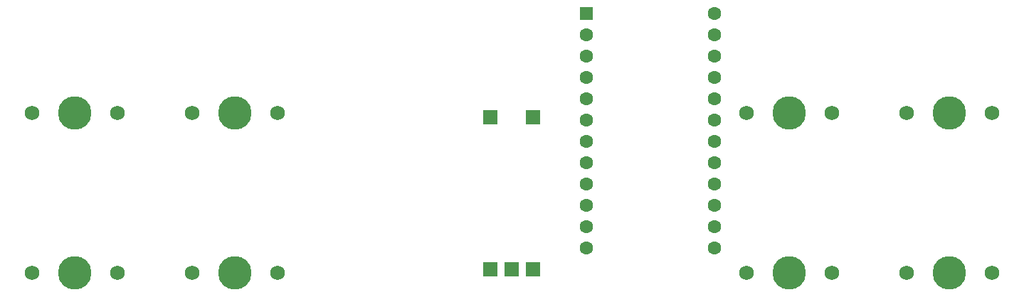
<source format=gbr>
%TF.GenerationSoftware,KiCad,Pcbnew,(6.0.1)*%
%TF.CreationDate,2022-04-18T11:29:40-05:00*%
%TF.ProjectId,Pikatea R26 Kit LED Macropad,50696b61-7465-4612-9052-3236204b6974,rev?*%
%TF.SameCoordinates,Original*%
%TF.FileFunction,Soldermask,Bot*%
%TF.FilePolarity,Negative*%
%FSLAX46Y46*%
G04 Gerber Fmt 4.6, Leading zero omitted, Abs format (unit mm)*
G04 Created by KiCad (PCBNEW (6.0.1)) date 2022-04-18 11:29:40*
%MOMM*%
%LPD*%
G01*
G04 APERTURE LIST*
%ADD10C,1.750000*%
%ADD11C,3.987800*%
%ADD12C,1.600000*%
%ADD13R,1.600000X1.600000*%
%ADD14R,1.700000X1.700000*%
G04 APERTURE END LIST*
D10*
%TO.C,MX8*%
X89971479Y-88323660D03*
D11*
X95051479Y-88323660D03*
D10*
X100131479Y-88323660D03*
%TD*%
%TO.C,MX7*%
X109021480Y-88323660D03*
D11*
X114101480Y-88323660D03*
D10*
X119181480Y-88323660D03*
%TD*%
%TO.C,MX6*%
X175021480Y-88323660D03*
D11*
X180101480Y-88323660D03*
D10*
X185181480Y-88323660D03*
%TD*%
%TO.C,MX5*%
X194071480Y-88323660D03*
D11*
X199151480Y-88323660D03*
D10*
X204231480Y-88323660D03*
%TD*%
%TO.C,MX4*%
X89971479Y-107373660D03*
D11*
X95051479Y-107373660D03*
D10*
X100131479Y-107373660D03*
%TD*%
%TO.C,MX3*%
X109021480Y-107373659D03*
D11*
X114101480Y-107373659D03*
D10*
X119181480Y-107373659D03*
%TD*%
%TO.C,MX2*%
X175021480Y-107373659D03*
D11*
X180101480Y-107373659D03*
D10*
X185181480Y-107373659D03*
%TD*%
%TO.C,MX1*%
X194071480Y-107373659D03*
D11*
X199151480Y-107373659D03*
D10*
X204231480Y-107373659D03*
%TD*%
D12*
%TO.C,U1*%
X171221400Y-76415900D03*
X171221400Y-78955900D03*
X171221400Y-81495900D03*
X171221400Y-84035900D03*
X171221400Y-86575900D03*
X171221400Y-89115900D03*
X171221400Y-91655900D03*
X171221400Y-94195900D03*
X171221400Y-96735900D03*
X171221400Y-99275900D03*
X171221400Y-101815900D03*
X171221400Y-104355900D03*
X155981400Y-104355900D03*
X155981400Y-101815900D03*
X155981400Y-99275900D03*
X155981400Y-96735900D03*
X155981400Y-94195900D03*
X155981400Y-91655900D03*
X155981400Y-89115900D03*
X155981400Y-86575900D03*
X155981400Y-84035900D03*
X155981400Y-81495900D03*
X155981400Y-78955900D03*
D13*
X155981400Y-76415900D03*
%TD*%
D14*
%TO.C,SW3*%
X144531080Y-88798659D03*
X149611080Y-88798659D03*
X147071080Y-106898659D03*
X144531080Y-106898659D03*
X149611080Y-106898659D03*
%TD*%
M02*

</source>
